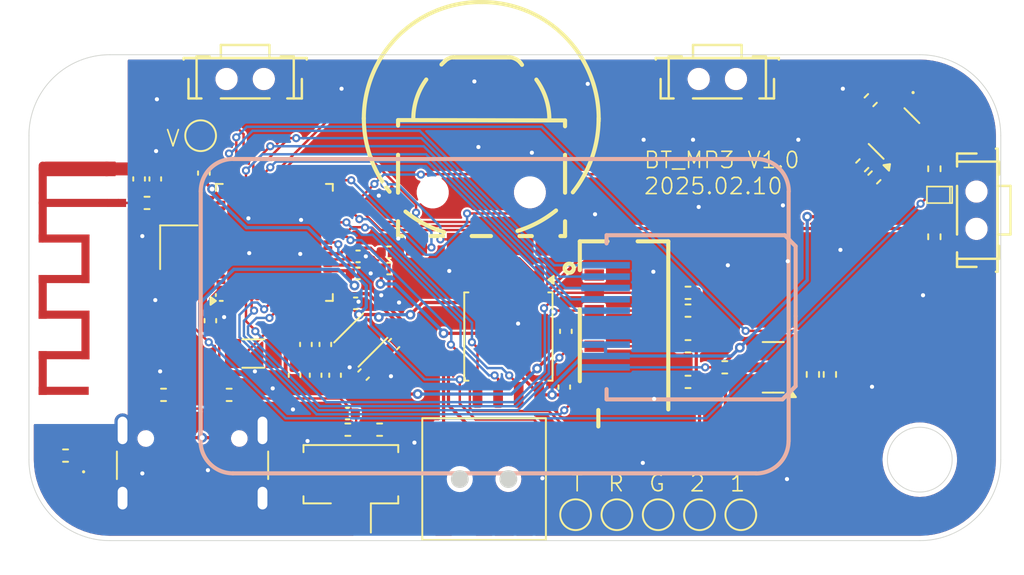
<source format=kicad_pcb>
(kicad_pcb (version 20240108) (generator "pcbnew") (generator_version "8.0")
  (layers (0 "F.Cu" signal) (31 "B.Cu" signal) (34 "B.Paste" user) (35 "F.Paste" user) (36 "B.SilkS" user "B.Silkscreen") (37 "F.SilkS" user "F.Silkscreen") (38 "B.Mask" user) (39 "F.Mask" user) (44 "Edge.Cuts" user))
  (net 0 "")
  (net 1 "GND")
  (net 2 "Net-(AE1-A)")
  (net 3 "VBUS")
  (net 4 "Net-(U1A-VCC)")
  (net 5 "Net-(U1B-ANT)")
  (net 6 "VSYS")
  (net 7 "VDD33_VOUT1")
  (net 8 "VDD33_VOUT2")
  (net 9 "Net-(U1A-BUCK_LX)")
  (net 10 "Net-(U1A-BUCK_FB)")
  (net 11 "Net-(U1A-VDD18_VOUT)")
  (net 12 "Net-(U1A-VDD_RTC)")
  (net 13 "Net-(U1A-VDD_VOUT1)")
  (net 14 "Net-(U1A-GPADC_VREF)")
  (net 15 "Net-(U1A-VDD_VOUT2)")
  (net 16 "Net-(U1A-VDD_RET)")
  (net 17 "/BAT_ADC")
  (net 18 "Net-(D1-A)")
  (net 19 "Net-(D2-K)")
  (net 20 "/PA34_POWER_KEY")
  (net 21 "Net-(J1-CC1)")
  (net 23 "/USB_DP")
  (net 24 "/USB_DM")
  (net 26 "Net-(J1-CC2)")
  (net 27 "+BATT")
  (net 28 "Net-(J3-Pin_2)")
  (net 29 "/PA04_LCD_SCL")
  (net 30 "/PA00_LCD_RESET")
  (net 31 "/PA03_LCD_CS")
  (net 32 "/PA06_LCD_DC")
  (net 33 "/PA05_LCD_DAT")
  (net 34 "/TF_SPI_MISO")
  (net 35 "/TF_SPI_CS")
  (net 36 "/TF_SPI_CLK")
  (net 38 "/TF_SPI_MOSI")
  (net 40 "Net-(Q1-B)")
  (net 41 "Net-(Q1-C)")
  (net 42 "Net-(Q2-C)")
  (net 43 "Net-(Q2-B)")
  (net 44 "Net-(R7-Pad2)")
  (net 45 "/LCD_LED_PWM")
  (net 46 "/WHITE_LED")
  (net 47 "/KEY1")
  (net 48 "/KEY2")
  (net 49 "/KEYB")
  (net 50 "/KEYA")
  (net 51 "/KEY3")
  (net 54 "/DBG_TX")
  (net 55 "/DBG_RX")
  (net 63 "/PA_14_MPI2_D2")
  (net 64 "/PA_13_MPI2_D1")
  (net 66 "/PA_15_MPI2_D0")
  (net 71 "Net-(U1B-PA22)")
  (net 73 "/PA_16_MPI2_CLK")
  (net 74 "Net-(U1B-PA23)")
  (net 75 "/PA_17_MPI2_D3")
  (net 76 "Net-(U1B-XTAL48M_XO)")
  (net 77 "Net-(U1B-XTAL48M_XI)")
  (net 82 "/PA_12_MPI2_CS")
  (footprint "Capacitor_SMD:C_0402_1005Metric" (layer "F.Cu") (at 207.3 65.588028 -90)
    (property "Reference" "C13" (hide yes))
    (property "Value" "4.7uF")
  )
  (footprint "Capacitor_SMD:C_0402_1005Metric" (layer "F.Cu") (at 221.45 66.32 90)
    (property "Reference" "C17" (hide yes))
    (property "Value" "0.1uF")
  )
  (footprint "TestPoint:TestPoint_Pad_D1.5mm" (layer "F.Cu") (at 227.25 74.2)
    (property "Reference" "TP1" (hide yes))
    (property "Value" "TestPoint")
  )
  (footprint "LED_SMD:LED_0402_1005Metric" (layer "F.Cu") (at 190.685 71.55 180)
    (property "Reference" "D1" (hide yes))
    (property "Value" "RED")
  )
  (footprint "TestPoint:TestPoint_Pad_D1.5mm" (layer "F.Cu") (at 222.15 74.2)
    (property "Reference" "TP2" (hide yes))
    (property "Value" "TestPoint")
  )
  (footprint "chenxuuu_Module:TF-SMD_TF-021B-H265" (layer "F.Cu") (at 224.55 63.174999 90)
    (property "Reference" "J4" (hide yes))
    (property "Value" "TF-021B-H265" (hide yes))
  )
  (footprint "Resistor_SMD:R_0402_1005Metric" (layer "F.Cu") (at 229.090001 61.6)
    (property "Reference" "R14" (hide yes))
    (property "Value" "100K")
  )
  (footprint "Capacitor_SMD:C_0402_1005Metric" (layer "F.Cu") (at 199.6 62.22 -90)
    (property "Reference" "C14" (hide yes))
    (property "Value" "4.7uF")
  )
  (footprint "chenxuuu_Module:3x6x3.5_SW_side" (layer "F.Cu") (at 230.9 47.3)
    (property "Reference" "SW3" (hide yes))
    (property "Value" "Side_SWITCH_SW_3*6*3.5mm")
  )
  (footprint "Capacitor_SMD:C_0402_1005Metric" (layer "F.Cu") (at 205.5 63.688028 -90)
    (property "Reference" "C16" (hide yes))
    (property "Value" "0.47uF")
  )
  (footprint "TestPoint:TestPoint_Pad_D1.5mm" (layer "F.Cu") (at 232.35 74.2)
    (property "Reference" "TP7" (hide yes))
    (property "Value" "TestPoint")
  )
  (footprint "Inductor_SMD:L_Murata_DFE201610P" (layer "F.Cu") (at 208.887348 63.42068 -135)
    (property "Reference" "L1" (hide yes))
    (property "Value" "4.7uH")
  )
  (footprint "Capacitor_SMD:C_0402_1005Metric" (layer "F.Cu") (at 210.939411 63.668617 45)
    (property "Reference" "C9" (hide yes))
    (property "Value" "NF")
  )
  (footprint "Crystal:Crystal_SMD_3215-2Pin_3.2x1.5mm" (layer "F.Cu") (at 202.250001 64.25)
    (property "Reference" "Y2" (hide yes))
    (property "Value" "32.768KHz/7pF")
  )
  (footprint "Connector_USB:USB_C_Receptacle_GCT_USB4105-xx-A_16P_TopMnt_Horizontal" (layer "F.Cu") (at 198.5 72.1)
    (property "Reference" "J1" (hide yes))
    (property "Value" "USB_C_Receptacle_USB2.0_16P")
  )
  (footprint "Resistor_SMD:R_0402_1005Metric" (layer "F.Cu") (at 229.090001 63.8)
    (property "Reference" "R15" (hide yes))
    (property "Value" "100K")
  )
  (footprint "Resistor_SMD:R_0402_1005Metric" (layer "F.Cu") (at 237.85 65.540001 -90)
    (property "Reference" "R9" (hide yes))
    (property "Value" "5.1K")
  )
  (footprint "Resistor_SMD:R_0402_1005Metric" (layer "F.Cu") (at 239.848215 52.62596 45)
    (property "Reference" "R22" (hide yes))
    (property "Value" "100K")
  )
  (footprint "chenxuuu_Module:DFN1006-2_L1.0-W0.6-RD" (layer "F.Cu") (at 244.549999 54.45 180)
    (property "Reference" "D3" (hide yes))
    (property "Value" "ESD5311N-2" (hide yes))
  )
  (footprint "Resistor_SMD:R_0402_1005Metric" (layer "F.Cu") (at 229.090001 66)
    (property "Reference" "R16" (hide yes))
    (property "Value" "100K")
  )
  (footprint "chenxuuu_Module:SIQ-02FVS3_1" (layer "F.Cu") (at 216.329 52.236)
    (property "Reference" "SW5" (hide yes))
    (property "Value" "~" (hide yes))
  )
  (footprint "Crystal:Crystal_SMD_2016-4Pin_2.0x1.6mm" (layer "F.Cu") (at 197.65 57.688028 -90)
    (property "Reference" "Y1" (hide yes))
    (property "Value" "48M")
  )
  (footprint "Resistor_SMD:R_0402_1005Metric" (layer "F.Cu") (at 190.659999 70.55 180)
    (property "Reference" "R4" (hide yes))
    (property "Value" "1K")
  )
  (footprint "chenxuuu_Module:MS-22C01-G010" (layer "F.Cu") (at 216.5 72)
    (property "Reference" "SW6" (hide yes))
    (property "Value" "SS-22F25-G050")
    (fp_circle (center -1.5 0) (end -1 0) (stroke (width 0.1)) (fill solid) (layer "Edge.Cuts"))
    (fp_circle (center 1.5 0) (end 2 0) (stroke (width 0.1)) (fill solid) (layer "Edge.Cuts"))
  )
  (footprint "Resistor_SMD:R_0402_1005Metric" (layer "F.Cu") (at 244.3 52.840001 -90)
    (property "Reference" "R6" (hide yes))
    (property "Value" "10K")
  )
  (footprint "chenxuuu_Module:bt_ant_mirror" (layer "F.Cu") (at 191.7 59.4 90)
    (property "Reference" "AE1" (hide yes))
    (property "Value" "蓝牙天线" (hide yes))
  )
  (footprint "Capacitor_SMD:C_0402_1005Metric" (layer "F.Cu") (at 208.07 67.95 180)
    (property "Reference" "C20" (hide yes))
    (property "Value" "0.1uF")
  )
  (footprint "Capacitor_SMD:C_0402_1005Metric" (layer "F.Cu") (at 204.8 65.588028 -90)
    (property "Reference" "C12" (hide yes))
    (property "Value" "1uF")
  )
  (footprint "Capacitor_SMD:C_0402_1005Metric" (layer "F.Cu") (at 210.63 58 180)
    (property "Reference" "C2" (hide yes))
    (property "Value" "10uF")
  )
  (footprint "Package_TO_SOT_SMD:SOT-23" (layer "F.Cu") (at 241.808839 50.665336 135)
    (property "Reference" "Q2" (hide yes))
    (property "Value" "SS8050")
  )
  (footprint "LED_SMD:LED_0402_1005Metric" (layer "F.Cu") (at 243.757053 48.907053 -45)
    (property "Reference" "D2" (hide yes))
    (property "Value" "WHITE")
  )
  (footprint "Resistor_SMD:R_0402_1005Metric" (layer "F.Cu") (at 240.369463 48.604712 45)
    (property "Reference" "R23" (hide yes))
    (property "Value" "1K")
  )
  (footprint "Resistor_SMD:R_0402_1005Metric" (layer "F.Cu") (at 210.05 68.95 180)
    (property "Reference" "R11" (hide yes))
    (property "Value" "1M")
  )
  (footprint "Capacitor_SMD:C_0402_1005Metric" (layer "F.Cu") (at 208.72 59.3 180)
    (property "Reference" "C1" (hide yes))
    (property "Value" "10uF")
  )
  (footprint "chenxuuu_Module:3x6x3.5_SW_side" (layer "F.Cu") (at 246.9 55.4 -90)
    (property "Reference" "SW1" (hide yes))
    (property "Value" "Side_SWITCH_SW_3*6*3.5mm")
  )
  (footprint "Resistor_SMD:R_0402_1005Metric" (layer "F.Cu") (at 236.8 65.540001 -90)
    (property "Reference" "R10" (hide yes))
    (property "Value" "100K")
  )
  (footprint "Capacitor_SMD:C_0402_1005Metric" (layer "F.Cu") (at 196.2 53.47 90)
    (property "Reference" "C3" (hide yes))
    (property "Value" "NF")
  )
  (footprint "Resistor_SMD:R_0402_1005Metric" (layer "F.Cu") (at 196.709999 66.8 180)
    (property "Reference" "R1" (hide yes))
    (property "Value" "5.1K")
  )
  (footprint "Capacitor_SMD:C_0402_1005Metric" (layer "F.Cu") (at 195.2 53.47 90)
    (property "Reference" "C4" (hide yes))
    (property "Value" "NF")
  )
  (footprint "Package_TO_SOT_SMD:SOT-23" (layer "F.Cu") (at 234.35 65.1 180)
    (property "Reference" "Q1" (hide yes))
    (property "Value" "SS8050")
  )
  (footprint "TestPoint:TestPoint_Pad_D1.5mm" (layer "F.Cu") (at 229.8 74.2)
    (property "Reference" "TP6" (hide yes))
    (property "Value" "TestPoint")
  )
  (footprint "Package_DFN_QFN:ArtInChip_QFN-68-1EP_7x7mm_P0.35mm_EP5.49x5.49mm" (layer "F.Cu") (at 203.55 57.388028 90)
    (property "Reference" "U1" (hide yes))
    (property "Value" "SF32LB527UD6")
  )
  (footprint "Connector_Hirose:Hirose_DF13C_CL535-0402-2-51_1x02-1MP_P1.25mm_Vertical" (layer "F.Cu") (at 208.275 72.949999 180)
    (property "Reference" "J2" (hide yes))
    (property "Value" "BATT")
  )
  (footprint "Capacitor_SMD:C_0402_1005Metric" (layer "F.Cu") (at 206.7 63.688028 -90)
    (property "Reference" "C15" (hide yes))
    (property "Value" "4.7uF")
  )
  (footprint "chenxuuu_Module:3x6x3.5_SW_side" (layer "F.Cu") (at 201.75 47.3)
    (property "Reference" "SW4" (hide yes))
    (property "Value" "Side_SWITCH_SW_3*6*3.5mm")
  )
  (footprint "Resistor_SMD:R_0402_1005Metric" (layer "F.Cu") (at 229.090001 60.5)
    (property "Reference" "R13" (hide yes))
    (property "Value" "100K")
  )
  (footprint "Capacitor_SMD:C_0402_1005Metric" (layer "F.Cu") (at 208.72 58.25)
    (property "Reference" "C11" (hide yes))
    (property "Value" "1uF")
  )
  (footprint "TestPoint:TestPoint_Pad_D1.5mm" (layer "F.Cu") (at 199 50.8)
    (property "Reference" "TP4" (hide yes))
    (property "Value" "TestPoint")
  )
  (footprint "Resistor_SMD:R_0402_1005Metric" (layer "F.Cu") (at 200.759999 66.8 180)
    (property "Reference" "R2" (hide yes))
    (property "Value" "5.1K")
  )
  (footprint "Resistor_SMD:R_0402_1005Metric" (layer "F.Cu") (at 195.690001 54.95)
    (property "Reference" "R3" (hide yes))
    (property "Value" "0R")
  )
  (footprint "TestPoint:TestPoint_Pad_D1.5mm" (layer "F.Cu") (at 224.7 74.2)
    (property "Reference" "TP3" (hide yes))
    (property "Value" "TestPoint")
  )
  (footprint "Capacitor_SMD:C_0402_1005Metric" (layer "F.Cu") (at 209.060589 65.547439 -135)
    (property "Reference" "C10" (hide yes))
    (property "Value" "4.7uF/10V")
  )
  (footprint "Capacitor_SMD:C_0402_1005Metric" (layer "F.Cu") (at 221.55 62.88 90)
    (property "Reference" "C18" (hide yes))
    (property "Value" "0.1uF")
  )
  (footprint "Capacitor_SMD:C_0402_1005Metric" (layer "F.Cu") (at 199.2 53.108028 90)
    (property "Reference" "C6" (hide yes))
    (property "Value" "2.2uF/10V")
  )
  (footprint "Resistor_SMD:R_0402_1005Metric" (layer "F.Cu") (at 240.598215 53.37596 45)
    (property "Reference" "R21" (hide yes))
    (property "Value" "5.1K")
  )
  (footprint "Package_SO:SOIC-8_5.23x5.23mm_P1.27mm" (layer "F.Cu") (at 218 63.2 -90)
    (property "Reference" "U2" (hide yes))
    (property "Value" "PY25Q128HA-WXH-IR")
  )
  (footprint "Capacitor_SMD:C_0402_1005Metric" (layer "F.Cu") (at 208.57 61.15)
    (property "Reference" "C5" (hide yes))
    (property "Value" "4.7uF")
  )
  (footprint "Resistor_SMD:R_0402_1005Metric" (layer "F.Cu") (at 208.09 68.95 180)
    (property "Reference" "R12" (hide yes))
    (property "Value" "2M")
  )
  (footprint "Resistor_SMD:R_0402_1005Metric" (layer "F.Cu") (at 231.359999 65.1 180)
    (property "Reference" "R8" (hide yes))
    (property "Value" "10R")
  )
  (footprint "Capacitor_SMD:C_0402_1005Metric" (layer "F.Cu") (at 210.63 59)
    (property "Reference" "C7" (hide yes))
    (property "Value" "2.2uF/10V")
  )
  (footprint "Resistor_SMD:R_0402_1005Metric" (layer "F.Cu") (at 244.3 57.040001 -90)
    (property "Reference" "R7" (hide yes))
    (property "Value" "5.1K")
  )
  (footprint "Capacitor_SMD:C_0402_1005Metric" (layer "F.Cu") (at 206.1 65.588028 -90)
    (property "Reference" "C8" (hide yes))
    (property "Value" "2.2uF/10V")
  )
  (footprint "chenxuuu_Module:1.47LCD-IPS-172x320-font" (layer "B.Cu") (at 224.038 61.948 -90)
    (property "Reference" "J3" (hide yes))
    (property "Value" "LCD" (hide yes))
  )
  (gr_line (start 243.4 75.8) (end 193.4 75.8) (stroke (width 0.05)) (layer "Edge.Cuts"))
  (gr_arc (start 188.4 50.8) (mid 189.864466 47.264466) (end 193.4 45.8) (stroke (width 0.05)) (layer "Edge.Cuts"))
  (gr_arc (start 193.4 75.8) (mid 189.864466 74.335534) (end 188.4 70.8) (stroke (width 0.05)) (layer "Edge.Cuts"))
  (gr_line (start 193.4 45.8) (end 243.4 45.8) (stroke (width 0.05)) (layer "Edge.Cuts"))
  (gr_circle (center 243.4 70.8) (end 245.4 70.8) (stroke (width 0.05)) (fill none) (layer "Edge.Cuts"))
  (gr_line (start 248.4 50.8) (end 248.4 70.8) (stroke (width 0.05)) (layer "Edge.Cuts"))
  (gr_arc (start 243.4 45.8) (mid 246.935534 47.264466) (end 248.4 50.8) (stroke (width 0.05)) (layer "Edge.Cuts"))
  (gr_line (start 188.4 70.8) (end 188.4 50.8) (stroke (width 0.05)) (layer "Edge.Cuts"))
  (gr_arc (start 248.4 70.8) (mid 246.935534 74.335534) (end 243.4 75.8) (stroke (width 0.05)) (layer "Edge.Cuts"))
  (gr_text "V" (at 196.8 51.55 0) (layer "F.SilkS") (effects (font (size 1 1) (thickness 0.1)) (justify left bottom)))
  (gr_text "T  R  G  2  1" (at 221.8 72.85 0) (layer "F.SilkS") (effects (font (size 1 1) (thickness 0.1)) (justify left bottom)))
  (gr_text "BT_MP3 V1.0\n2025.02.10" (at 226.3 54.5 0) (layer "F.SilkS") (effects (font (size 1 1) (thickness 0.1)) (justify left bottom)))
  (via (at 226.3 71) (size 0.5) (drill 0.254) (layers "F.Cu" "B.Cu") (net 1))
  (via (at 234.95 55.1) (size 0.5) (drill 0.254) (layers "F.Cu" "B.Cu") (net 1))
  (via (at 243.6 60.65) (size 0.5) (drill 0.254) (layers "F.Cu" "B.Cu") (net 1))
  (via (at 205.2 56) (size 0.5) (drill 0.254) (layers "F.Cu" "B.Cu") (net 1))
  (via (at 196.5 65.35) (size 0.5) (drill 0.254) (layers "F.Cu" "B.Cu") (net 1))
  (via (at 223.35 55.65) (size 0.5) (drill 0.254) (layers "F.Cu" "B.Cu") (net 1))
  (via (at 212.2 69.75) (size 0.5) (drill 0.254) (layers "F.Cu" "B.Cu") (net 1))
  (via (at 196.25 51.75) (size 0.5) (drill 0.254) (layers "F.Cu" "B.Cu") (net 1))
  (via (at 195.4 71.65) (size 0.5) (drill 0.254) (layers "F.Cu" "B.Cu") (net 1))
  (via (at 235.25 58.55) (size 0.5) (drill 0.254) (layers "F.Cu" "B.Cu") (net 1))
  (via (at 235.9 51.05) (size 0.5) (drill 0.254) (layers "F.Cu" "B.Cu") (net 1))
  (via (at 210.15 60.65) (size 0.5) (drill 0.254) (layers "F.Cu" "B.Cu") (net 1))
  (via (at 209.5 59.3) (size 0.5) (drill 0.254) (layers "F.Cu" "B.Cu") (net 1))
  (via (at 210.75 65.65) (size 0.5) (drill 0.254) (layers "F.Cu" "B.Cu") (net 1))
  (via (at 226.35 51.05) (size 0.5) (drill 0.254) (layers "F.Cu" "B.Cu") (net 1))
  (via (at 222.9 47.6) (size 0.5) (drill 0.254) (layers "F.Cu" "B.Cu") (net 1))
  (via (at 238.65 47.9) (size 0.5) (drill 0.254) (layers "F.Cu" "B.Cu") (net 1))
  (via (at 202 58.05) (size 0.5) (drill 0.254) (layers "F.Cu" "B.Cu") (net 1))
  (via (at 205.15 58.1) (size 0.5) (drill 0.254) (layers "F.Cu" "B.Cu") (net 1))
  (via (at 196.2 60.95) (size 0.5) (drill 0.254) (layers "F.Cu" "B.Cu") (net 1))
  (via (at 199.45 71.45) (size 0.5) (drill 0.254) (layers "F.Cu" "B.Cu") (net 1))
  (via (at 227 67.05) (size 0.5) (drill 0.254) (layers "F.Cu" "B.Cu") (net 1))
  (via (at 204.7 67.7) (size 0.5) (drill 0.254) (layers "F.Cu" "B.Cu") (net 1))
  (via (at 235.2 72) (size 0.5) (drill 0.254) (layers "F.Cu" "B.Cu") (net 1))
  (via (at 207.7 47.9) (size 0.5) (drill 0.254) (layers "F.Cu" "B.Cu") (net 1))
  (via (at 208.75 61.05) (size 0.5) (drill 0.254) (layers "F.Cu" "B.Cu") (net 1))
  (via (at 229.75 55.2) (size 0.5) (drill 0.254) (layers "F.Cu" "B.Cu") (net 1))
  (via (at 209.2 58.25) (size 0.5) (drill 0.254) (layers "F.Cu" "B.Cu") (net 1))
  (via (at 201.95 55.9) (size 0.5) (drill 0.254) (layers "F.Cu" "B.Cu") (net 1))
  (via (at 200.45 62) (size 0.5) (drill 0.254) (layers "F.Cu" "B.Cu") (net 1))
  (via (at 211.25 61.1) (size 0.5) (drill 0.254) (layers "F.Cu" "B.Cu") (net 1))
  (via (at 226.95 59.2) (size 0.5) (drill 0.254) (layers "F.Cu" "B.Cu") (net 1))
  (via (at 205.6 69.65) (size 0.5) (drill 0.254) (layers "F.Cu" "B.Cu") (net 1))
  (via (at 195.4 57) (size 0.5) (drill 0.254) (layers "F.Cu" "B.Cu") (net 1))
  (via (at 218.6 62.4) (size 0.5) (drill 0.254) (layers "F.Cu" "B.Cu") (net 1))
  (via (at 216.15 51.5) (size 0.5) (drill 0.254) (layers "F.Cu" "B.Cu") (net 1))
  (via (at 214.35 59.15) (size 0.5) (drill 0.254) (layers "F.Cu" "B.Cu") (net 1))
  (via (at 196.3 48.55) (size 0.5) (drill 0.254) (layers "F.Cu" "B.Cu") (net 1))
  (via (at 220.1 71.95) (size 0.5) (drill 0.254) (layers "F.Cu" "B.Cu") (net 1))
  (via (at 210 54.5) (size 0.5) (drill 0.254) (layers "F.Cu" "B.Cu") (net 1))
  (via (at 202.35 65.35) (size 0.5) (drill 0.254) (layers "F.Cu" "B.Cu") (net 1))
  (via (at 240.45 66.3) (size 0.5) (drill 0.254) (layers "F.Cu" "B.Cu") (net 1))
  (via (at 238.5 57.85) (size 0.5) (drill 0.254) (layers "F.Cu" "B.Cu") (net 1))
  (via (at 219.45 51.85) (size 0.5) (drill 0.254) (layers "F.Cu" "B.Cu") (net 1))
  (via (at 229.4 51.05) (size 0.5) (drill 0.254) (layers "F.Cu" "B.Cu") (net 1))
  (via (at 215.9 47.45) (size 0.5) (drill 0.254) (layers "F.Cu" "B.Cu") (net 1))
  (via (at 231.55 58.8) (size 0.5) (drill 0.254) (layers "F.Cu" "B.Cu") (net 1))
  (via (at 203.45 66.4) (size 0.5) (drill 0.254) (layers "F.Cu" "B.Cu") (net 1))
  (via (at 211.2 57.15) (size 0.5) (drill 0.254) (layers "F.Cu" "B.Cu") (net 1))
  (via (at 208.2 65.1) (size 0.5) (drill 0.254) (layers "F.Cu" "B.Cu") (net 1))
  (segment (start 195.180002 54.95) (end 195.180002 53.998279) (width 0.15) (layer "F.Cu") (net 2))
  (segment (start 195.180002 54.95) (end 194.15 54.95) (width 0.15) (layer "F.Cu") (net 2))
  (arc (start 195.180002 53.998279) (mid 195.185199 53.972151) (end 195.2 53.95) (width 0.15) (layer "F.Cu") (net 2))
  (segment (start 206.85 59.138027) (end 208.078027 59.138027) (width 0.2) (layer "F.Cu") (net 3))
  (segment (start 196.1 68.42) (end 196.1 68.994999) (width 0.2) (layer "F.Cu") (net 3))
  (segment (start 196.548121 69.44312) (end 199.1 69.44312) (width 0.2) (layer "F.Cu") (net 3))
  (segment (start 196.285 69.774594) (end 196.285 68.605) (width 0.2) (layer "F.Cu") (net 3))
  (segment (start 196.1 68.994999) (end 196.548121 69.44312) (width 0.2) (layer "F.Cu") (net 3))
  (segment (start 208.24 59.3) (end 208.24 59.79) (width 0.2) (layer "F.Cu") (net 3))
  (segment (start 195.509594 70.55) (end 196.285 69.774594) (width 0.2) (layer "F.Cu") (net 3))
  (segment (start 200.9 68.147198) (end 200.9 68.42) (width 0.2) (layer "F.Cu") (net 3))
  (segment (start 208.24 59.79) (end 208.5 60.05) (width 0.2) (layer "F.Cu") (net 3))
  (segment (start 196.285 68.605) (end 196.1 68.42) (width 0.2) (layer "F.Cu") (net 3))
  (segment (start 200.9 68.734658) (end 200.9 68.42) (width 0.2) (layer "F.Cu") (net 3))
  (segment (start 208.078027 59.138027) (end 208.24 59.3) (width 0.2) (layer "F.Cu") (net 3))
  (segment (start 191.169998 70.55) (end 195.509594 70.55) (width 0.2) (layer "F.Cu") (net 3))
  (segment (start 199.1 69.44312) (end 200.191538 69.44312) (width 0.2) (layer "F.Cu") (net 3))
  (segment (start 200.191538 69.44312) (end 200.9 68.734658) (width 0.2) (layer "F.Cu") (net 3))
  (via (at 208.5 60.05) (size 0.6) (drill 0.3) (layers "F.Cu" "B.Cu") (net 3))
  (via (at 199.1 69.44312) (size 0.6) (drill 0.3) (layers "F.Cu" "B.Cu") (net 3))
  (segment (start 201.05 59.05) (end 198.95 61.15) (width 0.2) (layer "B.Cu") (net 3))
  (segment (start 207.5 59.05) (end 201.05 59.05) (width 0.2) (layer "B.Cu") (net 3))
  (segment (start 198.95 61.15) (end 198.95 69.29312) (width 0.2) (layer "B.Cu") (net 3))
  (segment (start 208.5 60.05) (end 207.5 59.05) (width 0.2) (layer "B.Cu") (net 3))
  (segment (start 198.95 69.29312) (end 199.1 69.44312) (width 0.2) (layer "B.Cu") (net 3))
  (segment (start 209.743384 58) (end 210.15 58) (width 0.2) (layer "F.Cu") (net 4))
  (segment (start 207.608588 58.088028) (end 207.955676 57.74094) (width 0.2) (layer "F.Cu") (net 4))
  (segment (start 214.3 65.077066) (end 210.63094 61.408006) (width 0.2) (layer "F.Cu") (net 4))
  (segment (start 214.3 67.45) (end 214.3 65.077066) (width 0.2) (layer "F.Cu") (net 4))
  (segment (start 216.5 74.75) (end 216.5 69.25) (width 0.2) (layer "F.Cu") (net 4))
  (segment (start 206.85 58.088028) (end 207.608588 58.088028) (width 0.2) (layer "F.Cu") (net 4))
  (segment (start 209.484324 57.74094) (end 209.743384 58) (width 0.2) (layer "F.Cu") (net 4))
  (segment (start 207.955676 57.74094) (end 209.484324 57.74094) (width 0.2) (layer "F.Cu") (net 4))
  (segment (start 216.5 69.25) (end 216.1 69.25) (width 0.2) (layer "F.Cu") (net 4))
  (segment (start 210.63094 61.408006) (end 210.63094 58.687556) (width 0.2) (layer "F.Cu") (net 4))
  (segment (start 210.63094 58.687556) (end 210.15 58.206616) (width 0.2) (layer "F.Cu") (net 4))
  (segment (start 210.15 58.206616) (end 210.15 58) (width 0.2) (layer "F.Cu") (net 4))
  (segment (start 216.1 69.25) (end 214.3 67.45) (width 0.2) (layer "F.Cu") (net 4))
  (segment (start 196.2 53.95) (end 196.2 54.95) (width 0.15) (layer "F.Cu") (net 5))
  (segment (start 200.25 54.938028) (end 196.228902 54.938028) (width 0.15) (layer "F.Cu") (net 5))
  (arc (start 196.228902 54.938028) (mid 196.213261 54.941139) (end 196.2 54.95) (width 0.15) (layer "F.Cu") (net 5))
  (segment (start 212.7 61.1) (end 211.95 61.85) (width 0.2) (layer "F.Cu") (net 6))
  (segment (start 198.25 51.55) (end 199 50.8) (width 0.2) (layer "F.Cu") (net 6))
  (segment (start 207.146634 59.838028) (end 206.85 59.838028) (width 0.2) (layer "F.Cu") (net 6))
  (segment (start 208.09 61.161855) (end 208.09 61.15) (width 0.2) (layer "F.Cu") (net 6))
  (segment (start 214.9 61.1) (end 212.7 61.1) (width 0.2) (layer "F.Cu") (net 6))
  (segment (start 199.705986 54.094014) (end 199.2 53.588029) (width 0.2) (layer "F.Cu") (net 6))
  (segment (start 208.02 61.208028) (end 208.02 60.711394) (width 0.2) (layer "F.Cu") (net 6))
  (segment (start 200.2 54.588028) (end 199.705986 54.094014) (width 0.2) (layer "F.Cu") (net 6))
  (segment (start 208.769799 61.841654) (end 208.09 61.161855) (width 0.2) (layer "F.Cu") (net 6))
  (segment (start 219.702802 61.1) (end 214.9 61.1) (width 0.2) (layer "F.Cu") (net 6))
  (segment (start 200.25 54.588028) (end 200.2 54.588028) (width 0.2) (layer "F.Cu") (net 6))
  (segment (start 198.25 52.638028) (end 198.25 51.55) (width 0.2) (layer "F.Cu") (net 6))
  (segment (start 208.769799 61.841654) (end 209.841654 61.841654) (width 0.2) (layer "F.Cu") (net 6))
  (segment (start 208.02 60.711394) (end 207.146634 59.838028) (width 0.2) (layer "F.Cu") (net 6))
  (segment (start 199.2 53.588028) (end 198.25 52.638028) (width 0.2) (layer "F.Cu") (net 6))
  (segment (start 209.841654 61.841654) (end 210 62) (width 0.2) (layer "F.Cu") (net 6))
  (segment (start 224.2728 56.530002) (end 219.702802 61.1) (width 0.2) (layer "F.Cu") (net 6))
  (segment (start 244.3 56.530002) (end 224.2728 56.530002) (width 0.2) (layer "F.Cu") (net 6))
  (via (at 208.769799 61.841654) (size 0.6) (drill 0.3) (layers "F.Cu" "B.Cu") (net 6))
  (via (at 211.95 61.85) (size 0.6) (drill 0.3) (layers "F.Cu" "B.Cu") (net 6))
  (via (at 210 62) (size 0.6) (drill 0.3) (layers "F.Cu" "B.Cu") (net 6))
  (via (at 199.705986 54.094014) (size 0.6) (drill 0.3) (layers "F.Cu" "B.Cu") (net 6))
  (segment (start 210.15 61.85) (end 211.95 61.85) (width 0.2) (layer "B.Cu") (net 6))
  (segment (start 210 62) (end 210.15 61.85) (width 0.2) (layer "B.Cu") (net 6))
  (segment (start 208.769799 61.841654) (end 209.22594 61.385513) (width 0.2) (layer "B.Cu") (net 6))
  (segment (start 201.827 56.477) (end 199.705986 54.355986) (width 0.2) (layer "B.Cu") (net 6))
  (segment (start 209.22594 60.068833) (end 205.634107 56.477) (width 0.2) (layer "B.Cu") (net 6))
  (segment (start 205.634107 56.477) (end 201.827 56.477) (width 0.2) (layer "B.Cu") (net 6))
  (segment (start 209.22594 61.385513) (end 209.22594 60.068833) (width 0.2) (layer "B.Cu") (net 6))
  (segment (start 199.705986 54.355986) (end 199.705986 54.094014) (width 0.2) (layer "B.Cu") (net 6))
  (segment (start 220.7 66.8) (end 219.905 66.8) (width 0.2) (layer "F.Cu") (net 7))
  (segment (start 244.1 49.25) (end 244.1 51.733828) (width 0.2) (layer "F.Cu") (net 7))
  (segment (start 219.905 66.772198) (end 219.905 66.8) (width 0.2) (layer "F.Cu") (net 7))
  (segment (start 210.15 59.9) (end 210.15 59) (width 0.2) (layer "F.Cu") (net 7))
  (segment (start 214 63) (end 216.132802 63) (width 0.2) (layer "F.Cu") (net 7))
  (segment (start 232.286534 63.88729) (end 232.28729 63.88729) (width 0.2) (layer "F.Cu") (net 7))
  (segment (start 240.033828 55.8) (end 236.45 55.8) (width 0.2) (layer "F.Cu") (net 7))
  (segment (start 231.400938 64.772886) (end 232.286534 63.88729) (width 0.2) (layer "F.Cu") (net 7))
  (segment (start 216.132802 63) (end 219.905 66.772198) (width 0.2) (layer "F.Cu") (net 7))
  (segment (start 206.85 58.788028) (end 209.638255 58.788028) (width 0.2) (layer "F.Cu") (net 7))
  (segment (start 210.1 59.95) (end 210.15 59.9) (width 0.2) (layer "F.Cu") (net 7))
  (segment (start 244.1 51.733828) (end 240.033828 55.8) (width 0.2) (layer "F.Cu") (net 7))
  (segment (start 231.400938 73.250938) (end 231.400938 64.772886) (width 0.2) (layer "F.Cu") (net 7))
  (segment (start 232.35 74.2) (end 231.400938 73.250938) (width 0.2) (layer "F.Cu") (net 7))
  (segment (start 221.45 66.8) (end 220.7 66.8) (width 0.2) (layer "F.Cu") (net 7))
  (via (at 214 63) (size 0.6) (drill 0.3) (layers "F.Cu" "B.Cu") (net 7))
  (via (at 236.45 55.8) (size 0.6) (drill 0.3) (layers "F.Cu" "B.Cu") (net 7))
  (via (at 210.1 59.95) (size 0.6) (drill 0.3) (layers "F.Cu" "B.Cu") (net 7))
  (via (at 232.28729 63.88729) (size 0.6) (drill 0.3) (layers "F.Cu" "B.Cu") (net 7))
  (via (at 220.7 66.8) (size 0.6) (drill 0.3) (layers "F.Cu" "B.Cu") (net 7))
  (arc (start 209.638255 58.788028) (mid 209.915209 58.843118) (end 210.15 59) (width 0.2) (layer "F.Cu") (net 7))
  (segment (start 224 64.4) (end 222.601881 64.4) (width 0.2) (layer "B.Cu") (net 7))
  (segment (start 214 62.95) (end 214 63) (width 0.2) (layer "B.Cu") (net 7))
  (segment (start 236.45 59.72458) (end 232.28729 63.88729) (width 0.2) (layer "B.Cu") (net 7))
  (segment (start 211 59.95) (end 214 62.95) (width 0.2) (layer "B.Cu") (net 7))
  (segment (start 222.601881 64.4) (end 220.7 66.301881) (width 0.2) (layer "B.Cu") (net 7))
  (segment (start 224 64.4) (end 224 63.7) (width 0.2) (layer "B.Cu") (net 7))
  (segment (start 236.45 55.8) (end 236.45 59.72458) (width 0.2) (layer "B.Cu") (net 7))
  (segment (start 210.1 59.95) (end 211 59.95) (width 0.2) (layer "B.Cu") (net 7))
  (segment (start 231.77458 64.4) (end 224 64.4) (width 0.2) (layer "B.Cu") (net 7))
  (segment (start 232.28729 63.88729) (end 231.77458 64.4) (width 0.2) (layer "B.Cu") (net 7))
  (segment (start 220.7 66.301881) (end 220.7 66.8) (width 0.2) (layer "B.Cu") (net 7))
  (segment (start 205.3 60.688028) (end 205.299999 62.208028) (width 0.2) (layer "F.Cu") (net 8))
  (segment (start 229.6 60.5) (end 229.6 62.7) (width 0.2) (layer "F.Cu") (net 8))
  (segment (start 212.4 66.75) (end 207.15 66.75) (width 0.2) (layer "F.Cu") (net 8))
  (segment (start 207.15 66.75) (end 206.60906 66.20906) (width 0.2) (layer "F.Cu") (net 8))
  (segment (start 206.60906 66.20906) (end 206.60906 65.617088) (width 0.2) (layer "F.Cu") (net 8))
  (segment (start 205.299999 62.208028) (end 206.1 63.008028) (width 0.2) (layer "F.Cu") (net 8))
  (segment (start 229.599999 62.699999) (end 229.6 62.7) (width 0.2) (layer "F.Cu") (net 8))
  (segment (start 206.60906 65.617088) (end 206.1 65.108028) (width 0.2) (layer "F.Cu") (net 8))
  (segment (start 229.8 74.2) (end 229.8 66.2) (width 0.2) (layer "F.Cu") (net 8))
  (segment (start 223.3 62.699999) (end 229.599999 62.699999) (width 0.2) (layer "F.Cu") (net 8))
  (segment (start 222.250001 62.699999) (end 223.3 62.699999) (width 0.2) (layer "F.Cu") (net 8))
  (segment (start 229.6 62.7) (end 229.6 66) (width 0.2) (layer "F.Cu") (net 8))
  (segment (start 206.1 63.008028) (end 206.1 65.108028) (width 0.2) (layer "F.Cu") (net 8))
  (segment (start 229.8 66.2) (end 229.6 66) (width 0.2) (layer "F.Cu") (net 8))
  (segment (start 219.775 65.175) (end 222.250001 62.699999) (width 0.2) (layer "F.Cu") (net 8))
  (via (at 212.4 66.75) (size 0.6) (drill 0.3) (layers "F.Cu" "B.Cu") (net 8))
  (via (at 219.775 65.175) (size 0.6) (drill 0.3) (layers "F.Cu" "B.Cu") (net 8))
  (segment (start 219.775 65.175) (end 218.2 66.75) (width 0.2) (layer "B.Cu") (net 8))
  (segment (start 218.2 66.75) (end 212.4 66.75) (width 0.2) (layer "B.Cu") (net 8))
  (segment (start 206.85 60.796056) (end 208.961972 62.908028) (width 0.15) (layer "F.Cu") (net 9))
  (segment (start 208.961972 62.908028) (end 209.4 62.908028) (width 0.15) (layer "F.Cu") (net 9))
  (segment (start 210.6 64.008028) (end 209.5 62.908028) (width 0.15) (layer "F.Cu") (net 9))
  (segment (start 209.5 62.908028) (end 209.4 62.908028) (width 0.15) (layer "F.Cu") (net 9))
  (segment (start 206.85 60.188028) (end 206.85 60.796056) (width 0.15) (layer "F.Cu") (net 9))
  (segment (start 206.35 61.558028) (end 206.35 60.688028) (width 0.15) (layer "F.Cu") (net 10))
  (segment (start 208.374696 63.582724) (end 206.35 61.558028) (width 0.15) (layer "F.Cu") (net 10))
  (segment (start 209.4 65.208028) (end 208.374696 64.182724) (width 0.15) (layer "F.Cu") (net 10))
  (segment (start 208.374696 64.182724) (end 208.374696 63.933332) (width 0.15) (layer "F.Cu") (net 10))
  (segment (start 208.374696 63.933332) (end 208.374696 63.582724) (width 0.15) (layer "F.Cu") (net 10))
  (segment (start 206.849999 58.438028) (end 207.786061 58.438028) (width 0.15) (layer "F.Cu") (net 11))
  (arc (start 207.786061 58.438028) (mid 208.031731 58.389161) (end 208.24 58.25) (width 0.15) (layer "F.Cu") (net 11))
  (segment (start 204.6 64.908028) (end 204.6 60.688028) (width 0.15) (layer "F.Cu") (net 12))
  (segment (start 204.8 65.108029) (end 204.6 64.908028) (width 0.15) (layer "F.Cu") (net 12))
  (segment (start 206 61.75) (end 206 60.688028) (width 0.15) (layer "F.Cu") (net 13))
  (segment (start 207.3 65.108029) (end 207.3 63.05) (width 0.15) (layer "F.Cu") (net 13))
  (segment (start 207.3 63.05) (end 206 61.75) (width 0.15) (layer "F.Cu") (net 13))
  (segment (start 199.6 60.838029) (end 199.6 61.74) (width 0.15) (layer "F.Cu") (net 14))
  (segment (start 200.250001 60.188028) (end 199.6 60.838029) (width 0.15) (layer "F.Cu") (net 14))
  (segment (start 205.65 62.158028) (end 205.65 60.688028) (width 0.15) (layer "F.Cu") (net 15))
  (segment (start 206.7 63.208028) (end 205.65 62.158028) (width 0.15) (layer "F.Cu") (net 15))
  (segment (start 204.95 62.658028) (end 204.95 60.688028) (width 0.15) (layer "F.Cu") (net 16))
  (segment (start 205.5 63.208028) (end 204.95 62.658028) (width 0.15) (layer "F.Cu") (net 16))
  (segment (start 202.82406 67.02406) (end 201.65 65.85) (width 0.15) (layer "F.Cu") (net 17))
  (segment (start 200.851882 65.85) (end 200.15 65.148118) (width 0.15) (layer "F.Cu") (net 17))
  (segment (start 209.54 68.95) (end 208.6 68.95) (width 0.15) (layer "F.Cu") (net 17))
  (segment (start 200.15 65.148118) (end 200.15 63.351882) (width 0.15) (layer "F.Cu") (net 17))
  (segment (start 207.62406 67.02406) (end 202.82406 67.02406) (width 0.15) (layer "F.Cu") (net 17))
  (segment (start 208.6 68) (end 208.55 67.95) (width 0.15) (layer "F.Cu") (net 17))
  (segment (start 208.55 67.95) (end 207.62406 67.02406) (width 0.15) (layer "F.Cu") (net 17))
  (segment (start 200.15 63.351882) (end 201.1 62.401882) (width 0.15) (layer "F.Cu") (net 17))
  (segment (start 201.1 62.401882) (end 201.1 60.688028) (width 0.15) (layer "F.Cu") (net 17))
  (segment (start 208.6 68.95) (end 208.6 68) (width 0.15) (layer "F.Cu") (net 17))
  (segment (start 201.65 65.85) (end 200.851882 65.85) (width 0.15) (layer "F.Cu") (net 17))
  (segment (start 190.2 70.6) (end 190.15 70.55) (width 0.15) (layer "F.Cu") (net 18))
  (segment (start 190.2 71.55) (end 190.2 70.6) (width 0.15) (layer "F.Cu") (net 18))
  (segment (start 243.094088 48.244088) (end 243.414106 48.564106) (width 0.15) (layer "F.Cu") (net 19))
  (segment (start 240.730087 48.244088) (end 243.094088 48.244088) (width 0.15) (layer "F.Cu") (net 19))
  (segment (start 244.3 54.35) (end 244.2 54.45) (width 0.15) (layer "F.Cu") (net 20))
  (segment (start 198.65 60.65) (end 199.811972 59.488028) (width 0.15) (layer "F.Cu") (net 20))
  (segment (start 245.35 53.35) (end 245.4 53.3) (width 0.15) (layer "F.Cu") (net 20))
  (segment (start 244.3 53.35) (end 245.35 53.35) (width 0.15) (layer "F.Cu") (net 20))
  (segment (start 198.65 62.7) (end 198.65 60.65) (width 0.15) (layer "F.Cu") (net 20))
  (segment (start 244 54.45) (end 243.45 55) (width 0.15) (layer "F.Cu") (net 20))
  (segment (start 199.811972 59.488028) (end 200.25 59.488028) (width 0.15) (layer "F.Cu") (net 20))
  (segment (start 244.2 54.45) (end 244 54.45) (width 0.15) (layer "F.Cu") (net 20))
  (segment (start 199.5 63.55) (end 198.65 62.7) (width 0.15) (layer "F.Cu") (net 20))
  (segment (start 244.3 53.35) (end 244.3 54.35) (width 0.15) (layer "F.Cu") (net 20))
  (via (at 243.45 55) (size 0.5) (drill 0.254) (layers "F.Cu" "B.Cu") (net 20))
  (via (at 199.5 63.55) (size 0.5) (drill 0.254) (layers "F.Cu" "B.Cu") (net 20))
  (segment (start 230.20376 68.24624) (end 243.45 55) (width 0.15) (layer "B.Cu") (net 20))
  (segment (start 204.24624 68.24624) (end 230.20376 68.24624) (width 0.15) (layer "B.Cu") (net 20))
  (segment (start 200.054103 64.054103) (end 199.55 63.55) (width 0.15) (layer "B.Cu") (net 20))
  (segment (start 200.054103 64.054103) (end 204.24624 68.24624) (width 0.15) (layer "B.Cu") (net 20))
  (segment (start 199.55 63.55) (end 199.5 63.55) (width 0.15) (layer "B.Cu") (net 20))
  (segment (start 197.219998 66.8) (end 197.219998 68.389999) (width 0.15) (layer "F.Cu") (net 21))
  (segment (start 197.219998 68.389999) (end 197.25 68.420001) (width 0.15) (layer "F.Cu") (net 21))
  (segment (start 199.054999 67.65) (end 199.25 67.845001) (width 0.15) (layer "F.Cu") (net 23))
  (segment (start 198.25 68.42) (end 198.25 67.845001) (width 0.15) (layer "F.Cu") (net 23))
  (segment (start 198.25 60.6) (end 198.25 68.42) (width 0.15) (layer "F.Cu") (net 23))
  (segment (start 200.25 59.138027) (end 199.711973 59.138027) (width 0.15) (layer "F.Cu") (net 23))
  (segment (start 199.25 67.845001) (end 199.25 68.42) (width 0.15) (layer "F.Cu") (net 23))
  (segment (start 198.445001 67.65) (end 199.054999 67.65) (width 0.15) (layer "F.Cu") (net 23))
  (segment (start 199.711973 59.138027) (end 198.25 60.6) (width 0.15) (layer "F.Cu") (net 23))
  (segment (start 198.25 67.845001) (end 198.445001 67.65) (width 0.15) (layer "F.Cu") (net 23))
  (segment (start 197.924061 69.16906) (end 198.63094 69.16906) (width 0.15) (layer "F.Cu") (net 24))
  (segment (start 197.75 68.994999) (end 197.924061 69.16906) (width 0.15) (layer "F.Cu") (net 24))
  (segment (start 198.75 69.05) (end 198.75 68.42) (width 0.15) (layer "F.Cu") (net 24))
  (segment (start 198.00094 60.496836) (end 198.00094 67.44906) (width 0.15) (layer "F.Cu") (net 24))
  (segment (start 198.63094 69.16906) (end 198.75 69.05) (width 0.15) (layer "F.Cu") (net 24))
  (segment (start 200.25 58.788028) (end 199.709748 58.788028) (width 0.15) (layer "F.Cu") (net 24))
  (segment (start 199.709748 58.788028) (end 198.00094 60.496836) (width 0.15) (layer "F.Cu") (net 24))
  (segment (start 197.75 67.7) (end 197.75 68.42) (width 0.15) (layer "F.Cu") (net 24))
  (segment (start 198.00094 67.44906) (end 197.75 67.7) (width 0.15) (layer "F.Cu") (net 24))
  (segment (start 197.75 68.42) (end 197.75 68.994999) (width 0.15) (layer "F.Cu") (net 24))
  (segment (start 200.25 68.42) (end 200.25 66.8) (width 0.15) (layer "F.Cu") (net 26))
  (segment (start 213.9 69.35) (end 214 69.25) (width 0.2) (layer "F.Cu") (net 27))
  (segment (start 210.56 68.95) (end 208.9 70.61) (width 0.2) (layer "F.Cu") (net 27))
  (segment (start 214 65.2) (end 209.35 60.55) (width 0.2) (layer "F.Cu") (net 27))
  (segment (start 207.219569 59.488028) (end 206.85 59.488028) (width 0.2) (layer "F.Cu") (net 27))
  (segment (start 208.9 70.61) (end 208.9 74.399999) (width 0.2) (layer "F.Cu") (net 27))
  (segment (start 214 74.75) (end 213.9 74.65) (width 0.2) (layer "F.Cu") (net 27))
  (segment (start 213.9 74.65) (end 213.9 69.35) (width 0.2) (layer "F.Cu") (net 27))
  (segment (start 208.9 74.399999) (end 213.649999 74.399999) (width 0.2) (layer "F.Cu") (net 27))
  (segment (start 214 69.25) (end 214 65.2) (width 0.2) (layer "F.Cu") (net 27))
  (segment (start 208.281541 60.55) (end 207.219569 59.488028) (width 0.2) (layer "F.Cu") (net 27))
  (segment (start 209.35 60.55) (end 208.281541 60.55) (width 0.2) (layer "F.Cu") (net 27))
  (segment (start 213.649999 74.399999) (end 214 74.75) (width 0.2) (layer "F.Cu") (net 27))
  (segment (start 230.85 65.1) (end 230.15 65.1) (width 0.15) (layer "F.Cu") (net 28))
  (via (at 230.15 65.1) (size 0.5) (drill 0.254) (layers "F.Cu" "B.Cu") (net 28))
  (segment (start 230.149999 65.100001) (end 224 65.100001) (width 0.15) (layer "B.Cu") (net 28))
  (segment (start 230.15 65.1) (end 230.149999 65.100001) (width 0.15) (layer "B.Cu") (net 28))
  (segment (start 203.3 51.45) (end 202.252 52.498) (width 0.15) (layer "F.Cu") (net 29))
  (segment (start 202.15 53.813029) (end 202.15 54.088028) (width 0.15) (layer "F.Cu") (net 29))
  (segment (start 202.252 52.498) (end 202.252 53.711029) (width 0.15) (layer "F.Cu") (net 29))
  (segment (start 202.252 53.711029) (end 202.15 53.813029) (width 0.15) (layer "F.Cu") (net 29))
  (via (at 203.3 51.45) (size 0.5) (drill 0.254) (layers "F.Cu" "B.Cu") (net 29))
  (segment (start 224 60.2) (end 221.524438 60.2) (width 0.15) (layer "B.Cu") (net 29))
  (segment (start 221.524438 60.2) (end 212.774438 51.45) (width 0.15) (layer "B.Cu") (net 29))
  (segment (start 212.774438 51.45) (end 203.3 51.45) (width 0.15) (layer "B.Cu") (net 29))
  (segment (start 200.75 51.9) (end 200.75 54.088029) (width 0.15) (layer "F.Cu") (net 30))
  (via (at 200.75 51.9) (size 0.5) (drill 0.254) (layers "F.Cu" "B.Cu") (net 30))
  (segment (start 201.652 51.087225) (end 201.652 51.048) (width 0.15) (layer "B.Cu") (net 30))
  (segment (start 201.652 51.048) (end 202.202 50.498) (width 0.15) (layer "B.Cu") (net 30))
  (segment (start 200.839225 51.9) (end 201.652 51.087225) (width 0.15) (layer "B.Cu") (net 30))
  (segment (start 220.828886 58.8) (end 224 58.8) (width 0.15) (layer "B.Cu") (net 30))
  (segment (start 200.75 51.9) (end 200.839225 51.9) (width 0.15) (layer "B.Cu") (net 30))
  (segment (start 202.202 50.498) (end 212.526886 50.498) (width 0.15) (layer "B.Cu") (net 30))
  (segment (start 212.526886 50.498) (end 220.828886 58.8) (width 0.15) (layer "B.Cu") (net 30))
  (segment (start 201.800001 52.95) (end 201.800001 54.088028) (width 0.15) (layer "F.Cu") (net 31))
  (via (at 201.800001 52.95) (size 0.5) (drill 0.254) (layers "F.Cu" "B.Cu") (net 31))
  (segment (start 201.800001 52.95) (end 202.802001 51.948) (width 0.15) (layer "B.Cu") (net 31))
  (segment (start 221.872214 60.9) (end 224 60.9) (width 0.15) (layer "B.Cu") (net 31))
  (segment (start 212.920214 51.948) (end 221.872214 60.9) (width 0.15) (layer "B.Cu") (net 31))
  (segment (start 202.802001 51.948) (end 212.920214 51.948) (width 0.15) (layer "B.Cu") (net 31))
  (segment (start 202.85 53.2) (end 202.85 54.088028) (width 0.15) (layer "F.Cu") (net 32))
  (segment (start 203.3 52.75) (end 202.85 53.2) (width 0.15) (layer "F.Cu") (net 32))
  (via (at 203.3 52.75) (size 0.5) (drill 0.254) (layers "F.Cu" "B.Cu") (net 32))
  (segment (start 222.21999 61.6) (end 224 61.6) (width 0.15) (layer "B.Cu") (net 32))
  (segment (start 203.65 52.4) (end 213.01999 52.4) (width 0.15) (layer "B.Cu") (net 32))
  (segment (start 213.01999 52.4) (end 222.21999 61.6) (width 0.15) (layer "B.Cu") (net 32))
  (segment (start 203.3 52.75) (end 203.65 52.4) (width 0.15) (layer "B.Cu") (net 32))
  (segment (start 202.50106 52.89894) (end 202.50106 54.086969) (width 0.15) (layer "F.Cu") (net 33))
  (segment (start 204.9 50.95) (end 204.45 50.95) (width 0.15) (layer "F.Cu") (net 33))
  (segment (start 204.45 50.95) (end 202.50106 52.89894) (width 0.15) (layer "F.Cu") (net 33))
  (segment (start 202.50106 54.086969) (end 202.5 54.088029) (width 0.15) (layer "F.Cu") (net 33))
  (via (at 204.9 50.95) (size 0.5) (drill 0.254) (layers "F.Cu" "B.Cu") (net 33))
  (segment (start 221.176663 59.500001) (end 224 59.500001) (width 0.15) (layer "B.Cu") (net 33))
  (segment (start 212.626662 50.95) (end 221.176663 59.500001) (width 0.15) (layer "B.Cu") (net 33))
  (segment (start 204.9 50.95) (end 212.626662 50.95) (width 0.15) (layer "B.Cu") (net 33))
  (segment (start 223.200001 65.999999) (end 223.3 65.999999) (width 0.15) (layer "F.Cu") (net 34))
  (segment (start 223.3 65.999999) (end 228.580001 65.999999) (width 0.15) (layer "F.Cu") (net 34))
  (segment (start 221.45 67.75) (end 223.200001 65.999999) (width 0.15) (layer "F.Cu") (net 34))
  (segment (start 202.921355 61.516032) (end 203.2 61.237387) (width 0.15) (layer "F.Cu") (net 34))
  (segment (start 228.580001 65.999999) (end 228.580002 66) (width 0.15) (layer "F.Cu") (net 34))
  (segment (start 203.2 61.237387) (end 203.2 60.688028) (width 0.15) (layer "F.Cu") (net 34))
  (via (at 202.921355 61.516032) (size 0.5) (drill 0.254) (layers "F.Cu" "B.Cu") (net 34))
  (via (at 221.45 67.75) (size 0.5) (drill 0.254) (layers "F.Cu" "B.Cu") (net 34))
  (segment (start 206.153507 67.99718) (end 201.4 63.243673) (width 0.15) (layer "B.Cu") (net 34))
  (segment (start 202.505323 61.1) (end 202.921355 61.516032) (width 0.15) (layer "B.Cu") (net 34))
  (segment (start 221.45 67.75) (end 221.20282 67.99718) (width 0.15) (layer "B.Cu") (net 34))
  (segment (start 221.20282 67.99718) (end 206.153507 67.99718) (width 0.15) (layer "B.Cu") (net 34))
  (segment (start 201.4 61.860775) (end 202.160775 61.1) (width 0.15) (layer "B.Cu") (net 34))
  (segment (start 201.4 63.243673) (end 201.4 61.860775) (width 0.15) (layer "B.Cu") (net 34))
  (segment (start 202.160775 61.1) (end 202.505323 61.1) (width 0.15) (layer "B.Cu") (net 34))
  (segment (start 220.2 61.45) (end 221.150001 60.499999) (width 0.15) (layer "F.Cu") (net 35))
  (segment (start 221.150001 60.499999) (end 223.3 60.499999) (width 0.15) (layer "F.Cu") (net 35))
  (segment (start 201.800001 62.250001) (end 201.800001 60.688028) (width 0.15) (layer "F.Cu") (net 35))
  (segment (start 223.3 60.499999) (end 228.580001 60.499999) (width 0.15) (layer "F.Cu") (net 35))
  (segment (start 202.375 62.875) (end 202.375 62.825) (width 0.15) (layer "F.Cu") (net 35))
  (segment (start 228.580001 60.499999) (end 228.580002 60.5) (width 0.15) (layer "F.Cu") (net 35))
  (segment (start 202.375 62.825) (end 201.800001 62.250001) (width 0.15) (layer "F.Cu") (net 35))
  (via (at 220.2 61.45) (size 0.5) (drill 0.254) (layers "F.Cu" "B.Cu") (net 35))
  (via (at 202.375 62.875) (size 0.5) (drill 0.254) (layers "F.Cu" "B.Cu") (net 35))
  (segment (start 220.2 61.45) (end 220.25 61.5) (width 0.15) (layer "B.Cu") (net 35))
  (segment (start 218.371752 67.25) (end 206.75 67.25) (width 0.15) (layer "B.Cu") (net 35))
  (segment (start 206.75 67.25) (end 202.375 62.875) (width 0.15) (layer "B.Cu") (net 35))
  (segment (start 220.25 65.371752) (end 218.371752 67.25) (width 0.15) (layer "B.Cu") (net 35))
  (segment (start 220.25 61.5) (end 220.25 65.371752) (width 0.15) (layer "B.Cu") (net 35))
  (segment (start 202.15 61.45) (end 202.15 60.688028) (width 0.15) (layer "F.Cu") (net 36))
  (segment (start 223.3 63.799999) (end 228.580001 63.799999) (width 0.15) (layer "F.Cu") (net 36))
  (segment (start 221.850001 63.799999) (end 223.3 63.799999) (width 0.15) (layer "F.Cu") (net 36))
  (segment (start 228.580001 63.799999) (end 228.580002 63.8) (width 0.15) (layer "F.Cu") (net 36))
  (segment (start 221.15 64.5) (end 221.850001 63.799999) (width 0.15) (layer "F.Cu") (net 36))
  (segment (start 202.3 61.6) (end 202.15 61.45) (width 0.15) (layer "F.Cu") (net 36))
  (via (at 221.15 64.5) (size 0.5) (drill 0.254) (layers "F.Cu" "B.Cu") (net 36))
  (via (at 202.3 61.6) (size 0.5) (drill 0.254) (layers "F.Cu" "B.Cu") (net 36))
  (segment (start 221.15 64.5) (end 220.74812 64.90188) (width 0.15) (layer "B.Cu") (net 36))
  (segment (start 201.67394 63.165389) (end 201.67394 62.22606) (width 0.15) (layer "B.Cu") (net 36))
  (segment (start 220.74812 65.57808) (end 218.57808 67.74812) (width 0.15) (layer "B.Cu") (net 36))
  (segment (start 218.57808 67.74812) (end 206.256671 67.74812) (width 0.15) (layer "B.Cu") (net 36))
  (segment (start 206.256671 67.74812) (end 201.67394 63.165389) (width 0.15) (layer "B.Cu") (net 36))
  (segment (start 220.74812 64.90188) (end 220.74812 65.57808) (width 0.15) (layer "B.Cu") (net 36))
  (segment (start 201.67394 62.22606) (end 202.3 61.6) (width 0.15) (layer "B.Cu") (net 36))
  (segment (start 203.55 61.75) (end 203.55 60.688027) (width 0.15) (layer "F.Cu") (net 38))
  (segment (start 228.580002 61.6) (end 223.300001 61.6) (width 0.15) (layer "F.Cu") (net 38))
  (segment (start 203.25 62.05) (end 203.55 61.75) (width 0.15) (layer "F.Cu") (net 38))
  (segment (start 220.78708 61.670155) (end 220.857236 61.599999) (width 0.15) (layer "F.Cu") (net 38))
  (segment (start 220.857236 61.599999) (end 223.3 61.599999) (width 0.15) (layer "F.Cu") (net 38))
  (segment (start 223.300001 61.6) (end 223.3 61.599999) (width 0.15) (layer "F.Cu") (net 38))
  (via (at 220.78708 61.670155) (size 0.5) (drill 0.254) (layers "F.Cu" "B.Cu") (net 38))
  (via (at 203.25 62.05) (size 0.5) (drill 0.254) (layers "F.Cu" "B.Cu") (net 38))
  (segment (start 201.923 62.577) (end 202.45 62.05) (width 0.15) (layer "B.Cu") (net 38))
  (segment (start 220.49906 65.474916) (end 218.474916 67.49906) (width 0.15) (layer "B.Cu") (net 38))
  (segment (start 220.49906 61.958175) (end 220.49906 65.474916) (width 0.15) (layer "B.Cu") (net 38))
  (segment (start 206.359835 67.49906) (end 201.923 63.062225) (width 0.15) (layer "B.Cu") (net 38))
  (segment (start 202.45 62.05) (end 203.25 62.05) (width 0.15) (layer "B.Cu") (net 38))
  (segment (start 220.78708 61.670155) (end 220.49906 61.958175) (width 0.15) (layer "B.Cu") (net 38))
  (segment (start 201.923 63.062225) (end 201.923 62.577) (width 0.15) (layer "B.Cu") (net 38))
  (segment (start 218.474916 67.49906) (end 206.359835 67.49906) (width 0.15) (layer "B.Cu") (net 38))
  (segment (start 235.2875 66.05) (end 236.8 66.05) (width 0.15) (layer "F.Cu") (net 40))
  (segment (start 236.8 66.05) (end 237.85 66.05) (width 0.15) (layer "F.Cu") (net 40))
  (segment (start 231.869998 65.1) (end 233.412499 65.1) (width 0.15) (layer "F.Cu") (net 41))
  (segment (start 241.045926 50.002423) (end 240.008839 48.965336) (width 0.15) (layer "F.Cu") (net 42))
  (segment (start 241.145926 50.002423) (end 241.045926 50.002423) (width 0.15) (layer "F.Cu") (net 42))
  (segment (start 240.958839 53.015336) (end 240.958839 52.841161) (width 0.15) (layer "F.Cu") (net 43))
  (segment (start 240.958839 53.015336) (end 240.208839 52.265336) (width 0.15) (layer "F.Cu") (net 43))
  (segment (start 240.958839 52.841161) (end 241.8 52) (width 0.15) (layer "F.Cu") (net 43))
  (segment (start 245.35 57.55) (end 245.4 57.5) (width 0.15) (layer "F.Cu") (net 44))
  (segment (start 244.3 57.55) (end 245.35 57.55) (width 0.15) (layer "F.Cu") (net 44))
  (segment (start 237.85 65.030002) (end 235.669998 62.85) (width 0.15) (layer "F.Cu") (net 45))
  (segment (start 200.99906 53.725809) (end 201.1 53.826749) (width 0.15) (layer "F.Cu") (net 45))
  (segment (start 201.202 52.087225) (end 200.99906 52.290165) (width 0.15) (layer "F.Cu") (net 45))
  (segment (start 201.202 50.902) (end 201.202 52.087225) (width 0.15) (layer "F.Cu") (net 45))
  (segment (start 235.669998 62.85) (end 232.65 62.85) (width 0.15) (layer "F.Cu") (net 45))
  (segment (start 201.2 50.9) (end 201.202 50.902) (width 0.15) (layer "F.Cu") (net 45))
  (segment (start 201.1 53.826749) (end 201.1 54.088028) (width 0.15) (layer "F.Cu") (net 45))
  (segment (start 200.99906 52.290165) (end 200.99906 53.725809) (width 0.15) (layer "F.Cu") (net 45))
  (via (at 232.65 62.85) (size 0.5) (drill 0.254) (layers "F.Cu" "B.Cu") (net 45))
  (via (at 201.2 50.9) (size 0.5) (drill 0.254) (layers "F.Cu" "B.Cu") (net 45))
  (segment (start 220.04894 50.24894) (end 232.65 62.85) (width 0.15) (layer "B.Cu") (net 45))
  (segment (start 201.2 50.9) (end 201.85106 50.24894) (width 0.15) (layer "B.Cu") (net 45))
  (segment (start 201.85106 50.24894) (end 220.04894 50.24894) (width 0.15) (layer "B.Cu") (net 45))
  (segment (start 212.625 53.175) (end 237.725 53.175) (width 0.15) (layer "F.Cu") (net 46))
  (segment (start 237.725 53.175) (end 238.286584 53.736584) (width 0.15) (layer "F.Cu") (net 46))
  (segment (start 208.922746 54.588028) (end 206.849999 54.588028) (width 0.15) (layer "F.Cu") (net 46))
  (segment (start 209.730531 53.780243) (end 208.922746 54.588028) (width 0.15) (layer "F.Cu") (net 46))
  (segment (start 238.286584 53.736584) (end 240.237591 53.736584) (width 0.15) (layer "F.Cu") (net 46))
  (segment (start 212.6 53.2) (end 212.625 53.175) (width 0.15) (layer "F.Cu") (net 46))
  (via (at 209.730531 53.780243) (size 0.5) (drill 0.254) (layers "F.Cu" "B.Cu") (net 46))
  (via (at 212.6 53.2) (size 0.5) (drill 0.254) (layers "F.Cu" "B.Cu") (net 46))
  (segment (start 210.310775 53.2) (end 212.6 53.2) (width 0.15) (layer "B.Cu") (net 46))
  (segment (start 209.897999 53.612775) (end 209.898 53.612775) (width 0.15) (layer "B.Cu") (net 46))
  (segment (start 209.898 53.612775) (end 210.310775 53.2) (width 0.15) (layer "B.Cu") (net 46))
  (segment (start 209.730531 53.780243) (end 209.897999 53.612775) (width 0.15) (layer "B.Cu") (net 46))
  (segment (start 203.2 53.5) (end 207.9 48.8) (width 0.15) (layer "F.Cu") (net 47))
  (segment (start 203.2 54.088028) (end 203.2 53.5) (width 0.15) (layer "F.Cu") (net 47))
  (segment (start 207.9 48.8) (end 228.8 48.8) (width 0.15) (layer "F.Cu") (net 47))
  (segment (start 201.348001 52.293448) (end 201.652 51.989449) (width 0.15) (layer "F.Cu") (net 48))
  (segment (start 201.45 54.088028) (end 201.45 53.239224) (width 0.15) (layer "F.Cu") (net 48))
  (segment (start 201.652 51.989449) (end 201.652 50.702) (width 0.15) (layer "F.Cu") (net 48))
  (segment (start 201.45 53.239224) (end 201.348001 53.137225) (width 0.15) (layer "F.Cu") (net 48))
  (segment (start 201.348001 53.137225) (end 201.348001 52.293448) (width 0.15) (layer "F.Cu") (net 48))
  (segment (start 199.75 48.8) (end 199.65 48.8) (width 0.15) (layer "F.Cu") (net 48))
  (segment (start 201.652 50.702) (end 199.75 48.8) (width 0.15) (layer "F.Cu") (net 48))
  (segment (start 206.35 54.088029) (end 206.888029 53.55) (width 0.15) (layer "F.Cu") (net 49))
  (segment (start 206.888029 53.55) (end 208.3 53.55) (width 0.15) (layer "F.Cu") (net 49))
  (segment (start 218.429 55.6) (end 220.329 57.5) (width 0.15) (layer "F.Cu") (net 49))
  (segment (start 215.45 55.6) (end 218.429 55.6) (width 0.15) (layer "F.Cu") (net 49))
  (via (at 215.45 55.6) (size 0.5) (drill 0.254) (layers "F.Cu" "B.Cu") (net 49))
  (via (at 208.3 53.55) (size 0.5) (drill 0.254) (layers "F.Cu" "B.Cu") (net 49))
  (segment (start 212.902 58.152) (end 213.487225 58.152) (width 0.15) (layer "B.Cu") (net 49))
  (segment (start 213.487225 58.152) (end 215.45 56.189225) (width 0.15) (layer "B.Cu") (net 49))
  (segment (start 215.45 56.189225) (end 215.45 55.6) (width 0.15) (layer "B.Cu") (net 49))
  (segment (start 208.3 53.55) (end 212.902 58.152) (width 0.15) (layer "B.Cu") (net 49))
  (segment (start 213.25 57.7) (end 212.529 57.7) (width 0.15) (layer "F.Cu") (net 50))
  (segment (start 212.3 55.05) (end 212.3 55.55) (width 0.15) (layer "F.Cu") (net 50))
  (segment (start 203.55 54.088029) (end 203.55 53.502224) (width 0.15) (layer "F.Cu") (net 50))
  (segment (start 204.852224 52.2) (end 209.45 52.2) (width 0.15) (layer "F.Cu") (net 50))
  (segment (start 203.55 53.502224) (end 204.852224 52.2) (width 0.15) (layer "F.Cu") (net 50))
  (segment (start 212.529 57.7) (end 212.329 57.5) (width 0.15) (layer "F.Cu") (net 50))
  (segment (start 209.45 52.2) (end 212.3 55.05) (width 0.15) (layer "F.Cu") (net 50))
  (via (at 212.3 55.55) (size 0.5) (drill 0.254) (layers "F.Cu" "B.Cu") (net 50))
  (via (at 213.25 57.7) (size 0.5) (drill 0.254) (layers "F.Cu" "B.Cu") (net 50))
  (segment (start 213.25 56.75) (end 213.25 57.7) (width 0.15) (layer "B.Cu") (net 50))
  (segment (start 212.3 55.55) (end 212.3 55.8) (width 0.15) (layer "B.Cu") (net 50))
  (segment (start 212.3 55.8) (end 213.25 56.75) (width 0.15) (layer "B.Cu") (net 50))
  (segment (start 203.9 54.088028) (end 203.9 53.813029) (width 0.15) (layer "F.Cu") (net 51))
  (segment (start 209.6 53.05) (end 210.35 53.8) (width 0.15) (layer "F.Cu") (net 51))
  (segment (start 214.554 57.2) (end 214.854 57.5) (width 0.15) (layer "F.Cu") (net 51))
  (segment (start 204.663029 53.05) (end 209.6 53.05) (width 0.15) (layer "F.Cu") (net 51))
  (segment (start 213.8 57.2) (end 214.554 57.2) (width 0.15) (layer "F.Cu") (net 51))
  (segment (start 203.9 53.813029) (end 204.663029 53.05) (width 0.15) (layer "F.Cu") (net 51))
  (via (at 210.35 53.8) (size 0.5) (drill 0.254) (layers "F.Cu" "B.Cu") (net 51))
  (via (at 213.8 57.2) (size 0.5) (drill 0.254) (layers "F.Cu" "B.Cu") (net 51))
  (segment (start 213.8 56.410775) (end 213.8 57.2) (width 0.15) (layer "B.Cu") (net 51))
  (segment (start 210.35 53.8) (end 211.189225 53.8) (width 0.15) (layer "B.Cu") (net 51))
  (segment (start 211.189225 53.8) (end 213.8 56.410775) (width 0.15) (layer "B.Cu") (net 51))
  (segment (start 215.973716 68.32594) (end 219.57594 68.32594) (width 0.15) (layer "F.Cu") (net 54))
  (segment (start 222.15 70.9) (end 222.15 74.2) (width 0.15) (layer "F.Cu") (net 54))
  (segment (start 219.57594 68.32594) (end 222.15 70.9) (width 0.15) (layer "F.Cu") (net 54))
  (segment (start 207.388028 57.388028) (end 207.5 57.5) (width 0.15) (layer "F.Cu") (net 54))
  (segment (start 215 67.352224) (end 215.973716 68.32594) (width 0.15) (layer "F.Cu") (net 54))
  (segment (start 206.849999 57.388028) (end 207.388028 57.388028) (width 0.15) (layer "F.Cu") (net 54))
  (segment (start 215 65.85) (end 215 67.352224) (width 0.15) (layer "F.Cu") (net 54))
  (via (at 207.5 57.5) (size 0.5) (drill 0.254) (layers "F.Cu" "B.Cu") (net 54))
  (via (at 215 65.85) (size 0.5) (drill 0.254) (layers "F.Cu" "B.Cu") (net 54))
  (segment (start 212.828248 65.85) (end 209.5 62.521752) (width 0.15) (layer "B.Cu") (net 54))
  (segment (start 209.5 62.521752) (end 209.5 59.955314) (width 0.15) (layer "B.Cu") (net 54))
  (segment (start 207.5 57.955314) (end 207.5 57.5) (width 0.15) (layer "B.Cu") (net 54))
  (segment (start 215 65.85) (end 212.828248 65.85) (width 0.15) (layer "B.Cu") (net 54))
  (segment (start 209.5 59.955314) (end 207.5 57.955314) (width 0.15) (layer "B.Cu") (net 54))
  (segment (start 224.7 72) (end 224.7 74.2) (width 0.15) (layer "F.Cu") (net 55))
  (segment (start 214.45 63.7) (end 215.65 64.9) (width 0.15) (layer "F.Cu") (net 55))
  (segment (start 215.65 64.9) (end 215.65 65.982554) (width 0.15) (layer "F.Cu") (net 55))
  (segment (start 215.62094 66.011614) (end 215.62094 67.62094) (width 0.15) (layer "F.Cu") (net 55))
  (segment (start 220.5 67.8) (end 224.7 72) (width 0.15) (layer "F.Cu") (net 55))
  (segment (start 215.62094 67.62094) (end 215.8 67.8) (width 0.15) (layer "F.Cu") (net 55))
  (segment (start 215.65 65.982554) (end 215.62094 66.011614) (width 0.15) (layer "F.Cu") (net 55))
  (segment (start 208.038028 57.038028) (end 208.25 57.25) (width 0.15) (layer "F.Cu") (net 55))
  (segment (start 206.85 57.038028) (end 208.038028 57.038028) (width 0.15) (layer "F.Cu") (net 55))
  (segment (start 215.8 67.8) (end 220.5 67.8) (width 0.15) (layer "F.Cu") (net 55))
  (via (at 208.25 57.25) (size 0.5) (drill 0.254) (layers "F.Cu" "B.Cu") (net 55))
  (via (at 214.45 63.7) (size 0.5) (drill 0.254) (layers "F.Cu" "B.Cu") (net 55))
  (segment (start 208.921752 57.25) (end 214.475 62.803248) (width 0.15) (layer "B.Cu") (net 55))
  (segment (start 208.25 57.25) (end 208.921752 57.25) (width 0.15) (layer "B.Cu") (net 55))
  (segment (start 214.475 63.675) (end 214.45 63.7) (width 0.15) (layer "B.Cu") (net 55))
  (segment (start 214.475 62.803248) (end 214.475 63.675) (width 0.15) (layer "B.Cu") (net 55))
  (segment (start 217.365 59.6) (end 216.13906 58.37406) (width 0.15) (layer "F.Cu") (net 63))
  (segment (start 215.67806 56.62594) (end 210.121492 56.62594) (width 0.15) (layer "F.Cu") (net 63))
  (segment (start 210.121492 56.62594) (end 208.9317 55.436148) (width 0.15) (layer "F.Cu") (net 63))
  (segment (start 216.13906 58.37406) (end 216.13906 57.08694) (width 0.15) (layer "F.Cu") (net 63))
  (segment (start 208.9317 55.436148) (end 207.363852 55.436148) (width 0.15) (layer "F.Cu") (net 63))
  (segment (start 207.161971 55.638029) (end 206.85 55.638029) (width 0.15) (layer "F.Cu") (net 63))
  (segment (start 216.13906 57.08694) (end 215.67806 56.62594) (width 0.15) (layer "F.Cu") (net 63))
  (segment (start 207.363852 55.436148) (end 207.161971 55.638029) (width 0.15) (layer "F.Cu") (net 63))
  (segment (start 207.11128 55.288028) (end 206.85 55.288028) (width 0.15) (layer "F.Cu") (net 64))
  (segment (start 216.38812 56.983776) (end 215.781224 56.37688) (width 0.15) (layer "F.Cu") (net 64))
  (segment (start 215.781224 56.37688) (end 210.224656 56.37688) (width 0.15) (layer "F.Cu") (net 64))
  (segment (start 210.224656 56.37688) (end 209.034864 55.187088) (width 0.15) (layer "F.Cu") (net 64))
  (segment (start 216.38812 58.270896) (end 216.38812 56.983776) (width 0.15) (layer "F.Cu") (net 64))
  (segment (start 209.034864 55.187088) (end 207.21222 55.187088) (width 0.15) (layer "F.Cu") (net 64))
  (segment (start 216.743164 58.62594) (end 216.38812 58.270896) (width 0.15) (layer "F.Cu") (net 64))
  (segment (start 218.635 59.6) (end 217.66094 58.62594) (width 0.15) (layer "F.Cu") (net 64))
  (segment (start 207.21222 55.187088) (end 207.11128 55.288028) (width 0.15) (layer "F.Cu") (net 64))
  (segment (start 217.66094 58.62594) (end 216.743164 58.62594) (width 0.15) (layer "F.Cu") (net 64))
  (segment (start 207.514792 55.685208) (end 207.211972 55.988028) (width 0.15) (layer "F.Cu") (net 66))
  (segment (start 216.095 66.8) (end 216.095 63.895) (width 0.15) (layer "F.Cu") (net 66))
  (segment (start 208.8 55.95) (end 208.535208 55.685208) (width 0.15) (layer "F.Cu") (net 66))
  (segment (start 216.095 63.895) (end 215.75 63.55) (width 0.15) (layer "F.Cu") (net 66))
  (segment (start 208.535208 55.685208) (end 207.514792 55.685208) (width 0.15) (layer "F.Cu") (net 66))
  (segment (start 207.211972 55.988028) (end 206.85 55.988028) (width 0.15) (layer "F.Cu") (net 66))
  (via (at 215.75 63.55) (size 0.5) (drill 0.254) (layers "F.Cu" "B.Cu") (net 66))
  (via (at 208.8 55.95) (size 0.5) (drill 0.254) (layers "F.Cu" "B.Cu") (net 66))
  (segment (start 215.75 62.35) (end 215.75 63.55) (width 0.15) (layer "B.Cu") (net 66))
  (segment (start 208.8 55.95) (end 209.35 55.95) (width 0.15) (layer "B.Cu") (net 66))
  (segment (start 209.35 55.95) (end 215.75 62.35) (width 0.15) (layer "B.Cu") (net 66))
  (segment (start 204.25 63.5) (end 204.25 60.688028) (width 0.15) (layer "F.Cu") (net 71))
  (segment (start 203.5 64.25) (end 204.25 63.5) (width 0.15) (layer "F.Cu") (net 71))
  (segment (start 207.214196 56.338028) (end 206.849999 56.338028) (width 0.15) (layer "F.Cu") (net 73))
  (segment (start 217.365 65.815) (end 217.15 65.6) (width 0.15) (layer "F.Cu") (net 73))
  (segment (start 207.402224 56.15) (end 207.214196 56.338028) (width 0.15) (layer "F.Cu") (net 73))
  (segment (start 217.365 66.8) (end 217.365 65.815) (width 0.15) (layer "F.Cu") (net 73))
  (segment (start 208 56.15) (end 207.402224 56.15) (width 0.15) (layer "F.Cu") (net 73))
  (via (at 217.15 65.6) (size 0.5) (drill 0.254) (layers "F.Cu" "B.Cu") (net 73))
  (via (at 208 56.15) (size 0.5) (drill 0.254) (layers "F.Cu" "B.Cu") (net 73))
  (segment (start 208.960574 56.923698) (end 209.61925 56.923698) (width 0.15) (layer "B.Cu") (net 73))
  (segment (start 209.61925 56.923698) (end 215.04894 62.353388) (width 0.15) (layer "B.Cu") (net 73))
  (segment (start 215.04894 63.840389) (end 216.808551 65.6) (width 0.15) (layer "B.Cu") (net 73))
  (segment (start 216.808551 65.6) (end 217.15 65.6) (width 0.15) (layer "B.Cu") (net 73))
  (segment (start 208.4 56.55) (end 208.586876 56.55) (width 0.15) (layer "B.Cu") (net 73))
  (segment (start 215.04894 62.353388) (end 215.04894 63.840389) (width 0.15) (layer "B.Cu") (net 73))
  (segment (start 208 56.15) (end 208.4 56.55) (width 0.15) (layer "B.Cu") (net 73))
  (segment (start 208.586876 56.55) (end 208.960574 56.923698) (width 0.15) (layer "B.Cu") (net 73))
  (segment (start 201.000002 64.25) (end 201.75 64.25) (width 0.15) (layer "F.Cu") (net 74))
  (segment (start 201.75 64.25) (end 203.9 62.1) (width 0.15) (layer "F.Cu") (net 74))
  (segment (start 203.9 62.1) (end 203.9 60.688028) (width 0.15) (layer "F.Cu") (net 74))
  (segment (start 208.339225 56.45) (end 208.101197 56.688028) (width 0.15) (layer "F.Cu") (net 75))
  (segment (start 208.101197 56.688028) (end 206.85 56.688028) (width 0.15) (layer "F.Cu") (net 75))
  (segment (start 218.635 66.8) (end 218.635 66.185) (width 0.15) (layer "F.Cu") (net 75))
  (segment (start 209.126101 56.45) (end 208.339225 56.45) (width 0.15) (layer "F.Cu") (net 75))
  (segment (start 209.147799 56.471698) (end 209.126101 56.45) (width 0.15) (layer "F.Cu") (net 75))
  (segment (start 218.635 66.185) (end 218.05 65.6) (width 0.15) (layer "F.Cu") (net 75))
  (via (at 218.05 65.6) (size 0.5) (drill 0.254) (layers "F.Cu" "B.Cu") (net 75))
  (via (at 209.147799 56.471698) (size 0.5) (drill 0.254) (layers "F.Cu" "B.Cu") (net 75))
  (segment (start 216.708775 65.148) (end 217.598 65.148) (width 0.15) (layer "B.Cu") (net 75))
  (segment (start 215.298 62.250224) (end 215.298 63.737225) (width 0.15) (layer "B.Cu") (net 75))
  (segment (start 217.598 65.148) (end 218.05 65.6) (width 0.15) (layer "B.Cu") (net 75))
  (segment (start 209.519474 56.471698) (end 215.298 62.250224) (width 0.15) (layer "B.Cu") (net 75))
  (segment (start 215.298 63.737225) (end 216.708775 65.148) (width 0.15) (layer "B.Cu") (net 75))
  (segment (start 209.147799 56.471698) (end 209.519474 56.471698) (width 0.15) (layer "B.Cu") (net 75))
  (segment (start 197.72406 56.363968) (end 198.896838 56.363968) (width 0.15) (layer "F.Cu") (net 76))
  (segment (start 199.972778 55.288028) (end 200.25 55.288028) (width 0.15) (layer "F.Cu") (net 76))
  (segment (start 198.896838 56.363968) (end 199.972778 55.288028) (width 0.15) (layer "F.Cu") (net 76))
  (segment (start 197.1 56.988028) (end 197.72406 56.363968) (width 0.15) (layer "F.Cu") (net 76))
  (segment (start 198.77406 56.83897) (end 198.77406 57.813968) (width 0.15) (layer "F.Cu") (net 77))
  (segment (start 200.25 55.638029) (end 199.975001 55.638029) (width 0.15) (layer "F.Cu") (net 77))
  (segment (start 198.77406 57.813968) (end 198.2 58.388028) (width 0.15) (layer "F.Cu") (net 77))
  (segment (start 199.975001 55.638029) (end 198.77406 56.83897) (width 0.15) (layer "F.Cu") (net 77))
  (segment (start 210.32782 56.12782) (end 209.138028 54.938028) (width 0.15) (layer "F.Cu") (net 82))
  (segment (start 216.63718 58.167732) (end 216.63718 56.880612) (width 0.15) (layer "F.Cu") (net 82))
  (segment (start 216.843508 58.37406) (end 216.63718 58.167732) (width 0.15) (layer "F.Cu") (net 82))
  (segment (start 218.67906 58.37406) (end 216.843508 58.37406) (width 0.15) (layer "F.Cu") (net 82))
  (segment (start 209.138028 54.938028) (end 206.85 54.938028) (width 0.15) (layer "F.Cu") (net 82))
  (segment (start 216.63718 56.880612) (end 215.884388 56.12782) (width 0.15) (layer "F.Cu") (net 82))
  (segment (start 219.905 59.6) (end 218.67906 58.37406) (width 0.15) (layer "F.Cu") (net 82))
  (segment (start 215.884388 56.12782) (end 210.32782 56.12782) (width 0.15) (layer "F.Cu") (net 82))
  (zone (net 0) (net_name "") (layers "F&B.Cu") (name "ant zone") (connect_pads yes (clearance 0)) (min_thickness 0.127)
    (keepout (tracks allowed) (vias allowed) (pads allowed) (copperpour not_allowed) (footprints allowed))
    (fill (thermal_gap 0.5) (thermal_bridge_width 0.5))
    (polygon (pts (xy 187.25 46.25) (xy 187.3 68.6) (xy 194.5 68.6) (xy 194.5 45.8) (xy 187.25 46.2)))
  )
  (zone (net 1) (net_name "GND") (layers "F&B.Cu") (connect_pads yes (clearance 0.127)) (min_thickness 0.127) (fill yes (thermal_gap 0.5) (thermal_bridge_width 0.5))
    (polygon (pts (xy 187.15 44.7) (xy 186.8 77) (xy 249.3 76.35) (xy 249.85 44.15)))
  )
)
</source>
